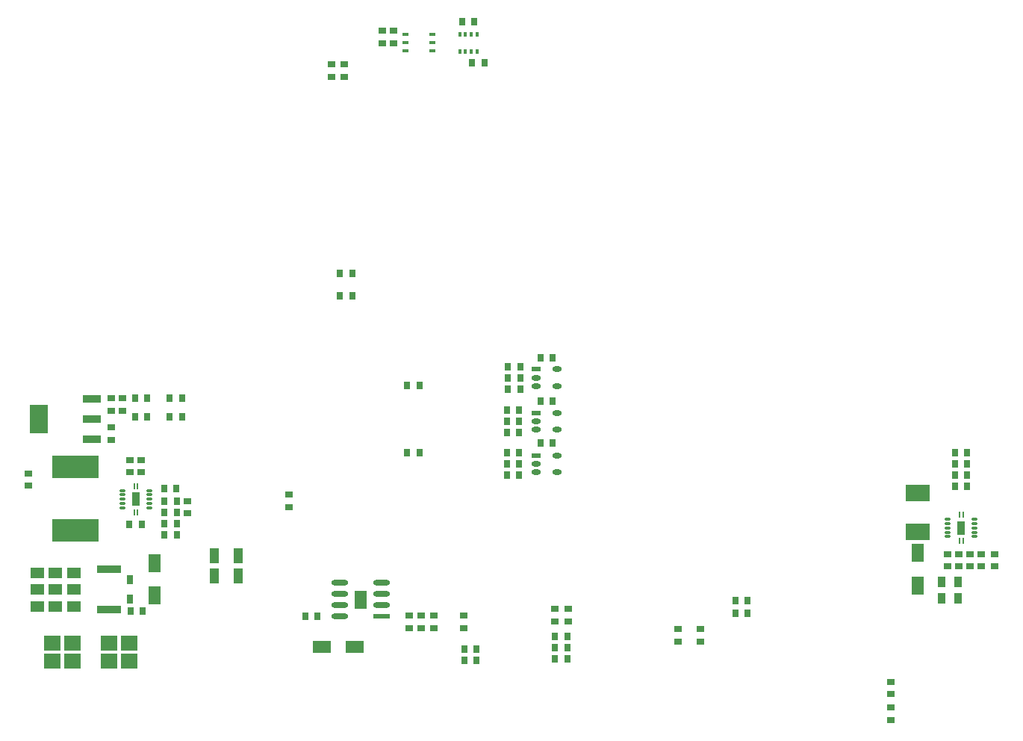
<source format=gtp>
%FSLAX25Y25*%
%MOIN*%
G70*
G01*
G75*
G04 Layer_Color=8421504*
%ADD10R,0.02992X0.03347*%
%ADD11R,0.04331X0.02362*%
%ADD12O,0.04331X0.02362*%
%ADD13R,0.08661X0.11024*%
%ADD14O,0.07480X0.02362*%
%ADD15R,0.07480X0.02362*%
%ADD16R,0.03347X0.02992*%
%ADD17O,0.03150X0.01102*%
%ADD18R,0.06496X0.09449*%
%ADD19R,0.00866X0.02756*%
%ADD20R,0.01378X0.01969*%
%ADD21R,0.02795X0.01811*%
%ADD22R,0.05709X0.08268*%
%ADD23R,0.10984X0.07539*%
%ADD24R,0.03500X0.05000*%
%ADD25R,0.20866X0.09843*%
%ADD26R,0.07874X0.12992*%
%ADD27R,0.07874X0.03543*%
%ADD28R,0.08268X0.05709*%
%ADD29R,0.04331X0.06890*%
%ADD30R,0.02500X0.04173*%
%ADD31R,0.24803X0.21654*%
%ADD32R,0.10827X0.03543*%
%ADD33R,0.16700X0.15000*%
%ADD34C,0.01000*%
%ADD35C,0.02500*%
%ADD36C,0.01000*%
%ADD37C,0.00800*%
%ADD38R,0.06000X0.06000*%
%ADD39C,0.06000*%
%ADD40C,0.15000*%
%ADD41C,0.07500*%
%ADD42C,0.05118*%
%ADD43R,0.05118X0.05118*%
%ADD44C,0.05906*%
%ADD45R,0.08000X0.08000*%
%ADD46C,0.08000*%
%ADD47R,0.06000X0.06000*%
%ADD48C,0.07000*%
%ADD49R,0.07000X0.07000*%
%ADD50C,0.12000*%
%ADD51C,0.23622*%
%ADD52C,0.27559*%
%ADD53C,0.02000*%
%ADD54C,0.02800*%
%ADD55C,0.05000*%
%ADD56C,0.00984*%
%ADD57C,0.00600*%
%ADD58C,0.00500*%
%ADD59C,0.01181*%
%ADD60C,0.03937*%
%ADD61C,0.00787*%
%ADD62C,0.00700*%
%ADD63C,0.00900*%
%ADD64R,0.06000X0.05000*%
%ADD65R,0.07700X0.06900*%
%ADD66R,0.05512X0.07874*%
%ADD67R,0.03347X0.06299*%
D10*
X232750Y148000D02*
D03*
X238250D02*
D03*
X244750Y61500D02*
D03*
X239250D02*
D03*
X319750Y77500D02*
D03*
X325250D02*
D03*
X319750Y72000D02*
D03*
X325250D02*
D03*
X423250Y143500D02*
D03*
X417750D02*
D03*
X423250Y138500D02*
D03*
X417750D02*
D03*
X423250Y133500D02*
D03*
X417750D02*
D03*
X423250Y128500D02*
D03*
X417750D02*
D03*
X203250Y336000D02*
D03*
X197750D02*
D03*
X207750Y317500D02*
D03*
X202250D02*
D03*
X204250Y56000D02*
D03*
X198750D02*
D03*
X204250Y51000D02*
D03*
X198750D02*
D03*
X133250Y70500D02*
D03*
X127750D02*
D03*
X232750Y186000D02*
D03*
X238250D02*
D03*
X232750Y166500D02*
D03*
X238250D02*
D03*
X244750Y56500D02*
D03*
X239250D02*
D03*
X244750Y51500D02*
D03*
X239250D02*
D03*
X223250Y157500D02*
D03*
X217750D02*
D03*
X223250Y162500D02*
D03*
X217750D02*
D03*
X223250Y152500D02*
D03*
X217750D02*
D03*
X223250Y138500D02*
D03*
X217750D02*
D03*
X223250Y143500D02*
D03*
X217750D02*
D03*
X223250Y133500D02*
D03*
X217750D02*
D03*
X148750Y223500D02*
D03*
X143250D02*
D03*
X148750Y213500D02*
D03*
X143250D02*
D03*
X72756Y168000D02*
D03*
X67244D02*
D03*
X57250D02*
D03*
X51750D02*
D03*
X223750Y182000D02*
D03*
X218250D02*
D03*
X70325Y106756D02*
D03*
X64825D02*
D03*
X70325Y116756D02*
D03*
X64825D02*
D03*
X55250Y73000D02*
D03*
X49750D02*
D03*
X223750Y177000D02*
D03*
X218250D02*
D03*
X223750Y172000D02*
D03*
X218250D02*
D03*
X57250Y159500D02*
D03*
X51750D02*
D03*
X72756D02*
D03*
X67244D02*
D03*
X64825Y111756D02*
D03*
X70325D02*
D03*
Y121756D02*
D03*
X64825D02*
D03*
X49250Y111500D02*
D03*
X54750D02*
D03*
X70250Y127500D02*
D03*
X64750D02*
D03*
X173250Y143500D02*
D03*
X178750D02*
D03*
X173250Y173500D02*
D03*
X178750D02*
D03*
D11*
X230776Y142240D02*
D03*
Y180740D02*
D03*
Y161240D02*
D03*
D12*
Y138500D02*
D03*
Y134760D02*
D03*
X240224D02*
D03*
Y142240D02*
D03*
X230776Y177000D02*
D03*
Y173260D02*
D03*
X240224D02*
D03*
Y180740D02*
D03*
X230776Y157500D02*
D03*
Y153760D02*
D03*
X240224D02*
D03*
Y161240D02*
D03*
D14*
X143248Y85500D02*
D03*
Y80500D02*
D03*
Y75500D02*
D03*
Y70500D02*
D03*
X161752Y85500D02*
D03*
Y80500D02*
D03*
Y75500D02*
D03*
D15*
Y70500D02*
D03*
D16*
X198500Y70750D02*
D03*
Y65250D02*
D03*
X389000Y24244D02*
D03*
Y29756D02*
D03*
X54500Y134750D02*
D03*
Y140250D02*
D03*
X167000Y326250D02*
D03*
Y331750D02*
D03*
X162000D02*
D03*
Y326250D02*
D03*
X49500Y134750D02*
D03*
Y140250D02*
D03*
X419500Y92750D02*
D03*
Y98250D02*
D03*
X414500Y92750D02*
D03*
Y98250D02*
D03*
X389000Y35750D02*
D03*
Y41250D02*
D03*
X424500Y98250D02*
D03*
Y92750D02*
D03*
X429500D02*
D03*
Y98250D02*
D03*
X435500D02*
D03*
Y92750D02*
D03*
X304000Y64750D02*
D03*
Y59250D02*
D03*
X294000Y64750D02*
D03*
Y59250D02*
D03*
X185000Y65244D02*
D03*
Y70756D02*
D03*
X179500Y65250D02*
D03*
Y70750D02*
D03*
X174000Y65250D02*
D03*
Y70750D02*
D03*
X120500Y124750D02*
D03*
Y119250D02*
D03*
X4000Y134250D02*
D03*
Y128750D02*
D03*
X245000Y68250D02*
D03*
Y73750D02*
D03*
X239000Y68250D02*
D03*
Y73750D02*
D03*
X145000Y316756D02*
D03*
Y311244D02*
D03*
X139500Y311250D02*
D03*
Y316750D02*
D03*
X75000Y116500D02*
D03*
Y122000D02*
D03*
X41000Y162250D02*
D03*
Y167750D02*
D03*
Y154750D02*
D03*
Y149250D02*
D03*
X46000Y162250D02*
D03*
Y167750D02*
D03*
D17*
X426405Y106063D02*
D03*
Y108031D02*
D03*
Y110000D02*
D03*
Y111969D02*
D03*
Y113937D02*
D03*
X414595D02*
D03*
Y111969D02*
D03*
Y110000D02*
D03*
Y108031D02*
D03*
Y106063D02*
D03*
X46169Y126693D02*
D03*
Y124724D02*
D03*
Y122756D02*
D03*
Y120787D02*
D03*
Y118819D02*
D03*
X57980D02*
D03*
Y120787D02*
D03*
Y122756D02*
D03*
Y124724D02*
D03*
Y126693D02*
D03*
D19*
X419713Y104095D02*
D03*
X421287D02*
D03*
X419713Y115905D02*
D03*
X421287D02*
D03*
X52862Y128661D02*
D03*
X51287D02*
D03*
X52862Y116850D02*
D03*
X51287D02*
D03*
D20*
X204339Y330339D02*
D03*
X201780D02*
D03*
X199221D02*
D03*
X196662D02*
D03*
X196661Y322661D02*
D03*
X199221D02*
D03*
X201780D02*
D03*
X204339D02*
D03*
D21*
X184406Y322799D02*
D03*
Y326500D02*
D03*
Y330201D02*
D03*
X172594D02*
D03*
Y326500D02*
D03*
Y322799D02*
D03*
D22*
X401000Y98783D02*
D03*
Y84216D02*
D03*
X60500Y79716D02*
D03*
Y94283D02*
D03*
D23*
X401000Y125661D02*
D03*
Y108339D02*
D03*
D24*
X419250Y86000D02*
D03*
X411750D02*
D03*
X419250Y78500D02*
D03*
X411750D02*
D03*
D25*
X25000Y108925D02*
D03*
Y137075D02*
D03*
D26*
X8689Y158500D02*
D03*
D27*
X32311Y167555D02*
D03*
Y158500D02*
D03*
Y149445D02*
D03*
D28*
X149784Y57000D02*
D03*
X135216D02*
D03*
D29*
X87185Y97500D02*
D03*
X97815D02*
D03*
X87185Y88500D02*
D03*
X97815D02*
D03*
D30*
X49500Y78287D02*
D03*
Y86713D02*
D03*
D32*
X40248Y91516D02*
D03*
Y73484D02*
D03*
D64*
X8000Y75000D02*
D03*
Y82500D02*
D03*
Y90000D02*
D03*
X16035Y75000D02*
D03*
Y82500D02*
D03*
Y90000D02*
D03*
X24500D02*
D03*
Y82500D02*
D03*
Y75000D02*
D03*
D65*
X49050Y50450D02*
D03*
Y58550D02*
D03*
X40050D02*
D03*
Y50450D02*
D03*
X23950Y58550D02*
D03*
Y50450D02*
D03*
X14950D02*
D03*
Y58550D02*
D03*
D66*
X152500Y78000D02*
D03*
D67*
X420500Y110000D02*
D03*
X52075Y122756D02*
D03*
M02*

</source>
